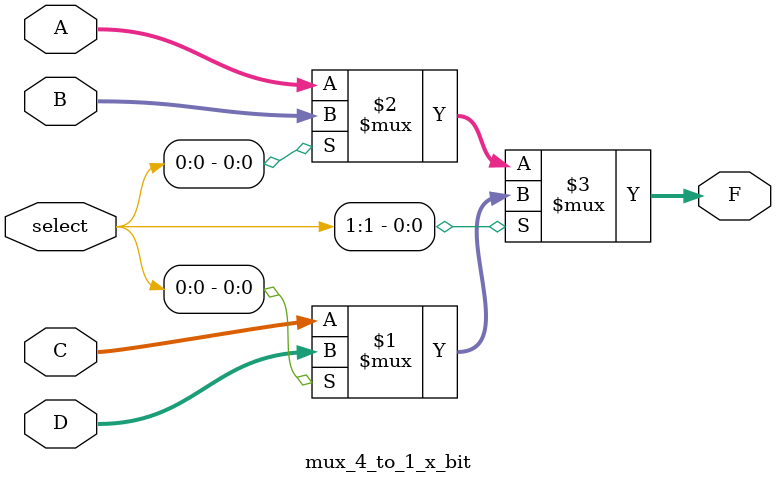
<source format=sv>
module mux_4_to_1_x_bit #(
    parameter WIDTH = 64
) (
    input logic [WIDTH-1:0] A, B, C, D,
    input logic [1:0] select,
    output logic [WIDTH-1:0] F
);
    assign F = select[1] ? (select[0] ? D : C) : (select[0] ? B : A);
endmodule : mux_4_to_1_x_bit
</source>
